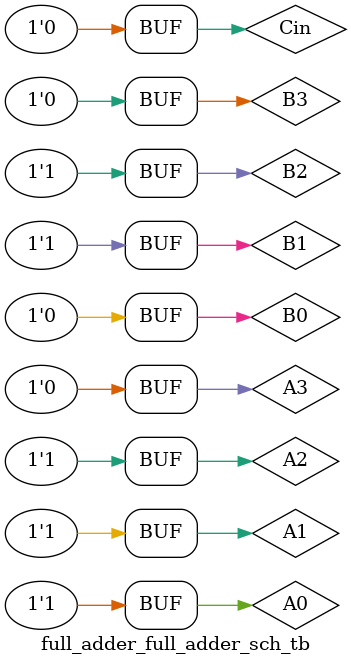
<source format=v>

`timescale 1ns / 1ps

module full_adder_full_adder_sch_tb();

// Inputs
   reg A0;
   reg Cin;
   reg B0;
   reg A1;
   reg B1;
   reg A2;
   reg B2;
   reg A3;
   reg B3;

// Output
   wire S0;
   wire S1;
   wire S2;
   wire S3;
   wire Cout;

// Bidirs

// Instantiate the UUT
   full_adder UUT (
		.A0(A0), 
		.Cin(Cin), 
		.B0(B0), 
		.S0(S0), 
		.A1(A1), 
		.B1(B1), 
		.S1(S1), 
		.A2(A2), 
		.B2(B2), 
		.S2(S2), 
		.A3(A3), 
		.B3(B3), 
		.S3(S3), 
		.Cout(Cout)
   );
// Initialize Inputs
   `ifdef auto_init
       initial begin
		A0 = 0;
		Cin = 0;
		B0 = 0;
		A1 = 0;
		B1 = 0;
		A2 = 0;
		B2 = 0;
		A3 = 0;
		B3 = 0;
   `endif
	initial begin
	A0 = 1;
		Cin = 0;
		B0 = 0;
		A1 = 1;
		B1 = 1;
		A2 = 1;
		B2 = 1;
		A3 = 0;
		B3 = 0;
		
		end
endmodule

</source>
